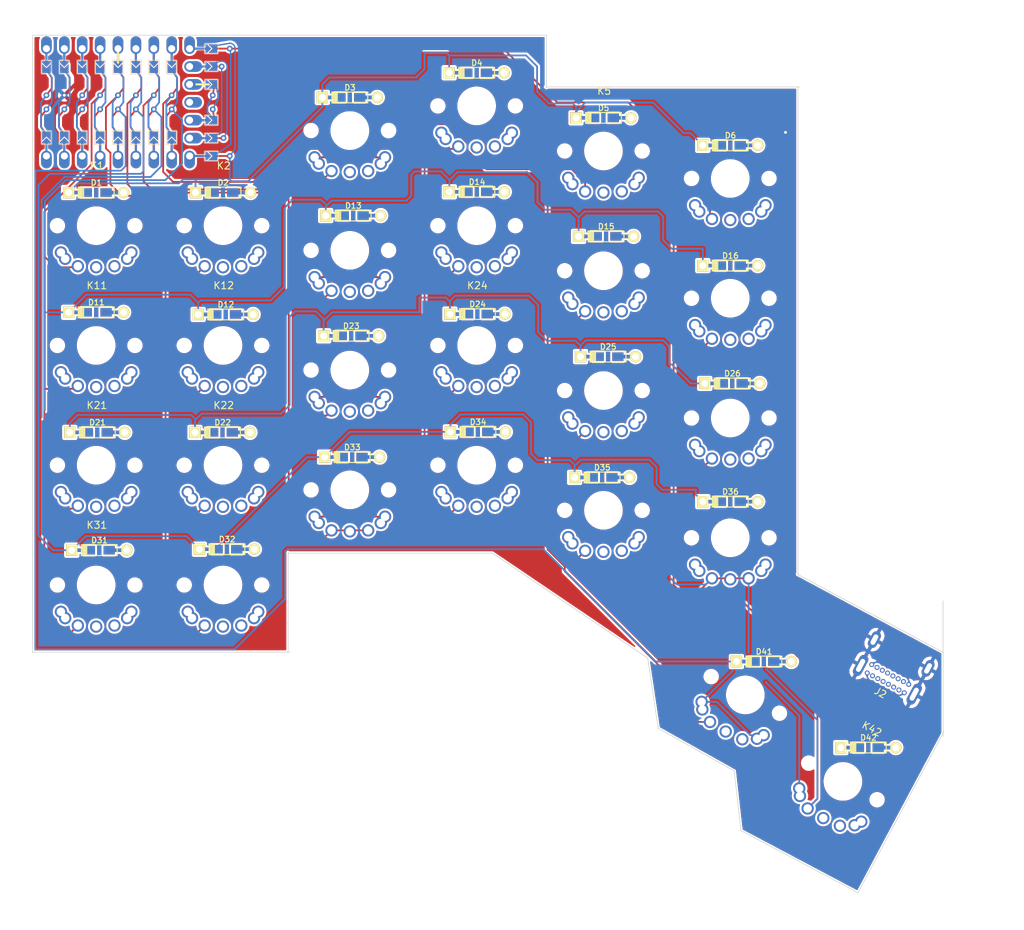
<source format=kicad_pcb>
(kicad_pcb (version 20221018) (generator pcbnew)
  (layers (0 "F.Cu" signal) (31 "B.Cu" signal) (34 "B.Paste" user) (35 "F.Paste" user) (36 "B.SilkS" user "B.Silkscreen") (37 "F.SilkS" user "F.Silkscreen") (38 "B.Mask" user) (39 "F.Mask" user) (44 "Edge.Cuts" user))
  (net 0 "")
  (net 1 "dataT")
  (net 2 "dataR")
  (net 3 "row0")
  (net 4 "row1")
  (net 5 "row2")
  (net 6 "row3")
  (net 7 "row4")
  (net 8 "col5")
  (net 9 "col4")
  (net 10 "col3")
  (net 11 "col2")
  (net 12 "col1")
  (net 13 "col0")
  (net 14 "gnd")
  (net 15 "vcc")
  (net 28 "Net-(D1-A)")
  (net 29 "Net-(D2-A)")
  (net 30 "Net-(D3-A)")
  (net 31 "Net-(D4-A)")
  (net 32 "Net-(D5-A)")
  (net 33 "Net-(D6-A)")
  (net 34 "Net-(D11-A)")
  (net 35 "Net-(D12-A)")
  (net 36 "Net-(D13-A)")
  (net 37 "Net-(D14-A)")
  (net 38 "Net-(D15-A)")
  (net 39 "Net-(D16-A)")
  (net 40 "Net-(D22-A)")
  (net 41 "Net-(D23-A)")
  (net 42 "Net-(D25-A)")
  (net 43 "Net-(D26-A)")
  (net 45 "Net-(D21-A)")
  (net 47 "Net-(D31-A)")
  (net 48 "Net-(D32-A)")
  (net 49 "Net-(D33-A)")
  (net 50 "Net-(D34-A)")
  (net 51 "Net-(D35-A)")
  (net 53 "Net-(D41-A)")
  (net 54 "Net-(D42-A)")
  (footprint "fingerpunch:gateron-ks27-choc-v1-reversible" (layer "F.Cu") (at 178.135 133.6 -28.2)
    (fp_text reference "K41" hide)
    (fp_text value "SW_Key")
  )
  (footprint "Keebio-Parts:Diode-dual" (layer "F.Cu") (at 122 48.8 180)
    (fp_text reference "D3")
    (fp_text value "1N4148" hide)
  )
  (footprint "Keebio-Parts:Diode-dual" (layer "F.Cu") (at 104.38 79.6 180)
    (fp_text reference "D12")
    (fp_text value "1N4148" hide)
  )
  (footprint "Keebio-Parts:Diode-dual" (layer "F.Cu") (at 195.59 141.08 180)
    (fp_text reference "D42")
    (fp_text value "1N4148" hide)
  )
  (footprint "fingerpunch:gateron-ks27-choc-v1-reversible" (layer "F.Cu") (at 86 101)
    (fp_text reference "K21")
    (fp_text value "SW_Key")
  )
  (footprint "Keebio-Parts:Diode-dual" (layer "F.Cu") (at 180.77 128.86 180)
    (fp_text reference "D41")
    (fp_text value "1N4148" hide)
  )
  (footprint "fingerpunch:gateron-ks27-choc-v1-reversible" (layer "F.Cu") (at 104 101)
    (fp_text reference "K22")
    (fp_text value "SW_Key" hide)
  )
  (footprint "fingerpunch:gateron-ks27-choc-v1-reversible" (layer "F.Cu") (at 140 101)
    (fp_text reference "K34" hide)
    (fp_text value "SW_Key")
  )
  (footprint "Keebio-Parts:Diode-dual" (layer "F.Cu") (at 86.16 96.34 180)
    (fp_text reference "D21")
    (fp_text value "1N4148" hide)
  )
  (footprint "Keebio-Parts:Diode-dual" (layer "F.Cu") (at 140.11 79.55 180)
    (fp_text reference "D24")
    (fp_text value "1N4148" hide)
  )
  (footprint "fingerpunch:gateron-ks27-choc-v1-reversible" (layer "F.Cu") (at 158 56.4)
    (fp_text reference "K5")
    (fp_text value "SW_Key" hide)
  )
  (footprint "Keebio-Parts:Diode-dual" (layer "F.Cu") (at 176 72.67 180)
    (fp_text reference "D16")
    (fp_text value "1N4148" hide)
  )
  (footprint "fingerpunch:gateron-ks27-choc-v1-reversible" (layer "F.Cu") (at 191.987169 145.879029 -28.2)
    (fp_text reference "K42")
    (fp_text value "SW_Key")
  )
  (footprint "Keebio-Parts:Diode-dual" (layer "F.Cu") (at 104.56 112.92 180)
    (fp_text reference "D32")
    (fp_text value "1N4148" hide)
  )
  (footprint "Keebio-Parts:Diode-dual" (layer "F.Cu") (at 86 62.3 180)
    (fp_text reference "D1")
    (fp_text value "1N4148" hide)
  )
  (footprint "fingerpunch:gateron-ks27-choc-v1-reversible" (layer "F.Cu") (at 122 87.5)
    (fp_text reference "K23" hide)
    (fp_text value "SW_Key" hide)
  )
  (footprint "fingerpunch:gateron-ks27-choc-v1-reversible" (layer "F.Cu") (at 104 67)
    (fp_text reference "K2")
    (fp_text value "SW_Key")
  )
  (footprint "Keebio-Parts:Diode-dual" (layer "F.Cu") (at 140.18 96.27 180)
    (fp_text reference "D34")
    (fp_text value "1N4148" hide)
  )
  (footprint "Keebio-Parts:Diode-dual" (layer "F.Cu") (at 104 62.3 180)
    (fp_text reference "D2")
    (fp_text value "1N4148" hide)
  )
  (footprint "Keebio-Parts:Diode-dual" (layer "F.Cu") (at 176.28 89.39 180)
    (fp_text reference "D26")
    (fp_text value "1N4148" hide)
  )
  (footprint "Keebio-Parts:Diode-dual" (layer "F.Cu") (at 86 79.3 180)
    (fp_text reference "D11")
    (fp_text value "1N4148" hide)
  )
  (footprint "fingerpunch:gateron-ks27-choc-v1-reversible" (layer "F.Cu") (at 176 94.3)
    (fp_text reference "K26" hide)
    (fp_text value "SW_Key" hide)
  )
  (footprint "Keebio-Parts:Diode-dual" (layer "F.Cu") (at 122.33 99.85 180)
    (fp_text reference "D33")
    (fp_text value "1N4148" hide)
  )
  (footprint "fingerpunch:gateron-ks27-choc-v1-reversible" (layer "F.Cu") (at 140 67)
    (fp_text reference "K14" hide)
    (fp_text value "SW_Key")
  )
  (footprint "Keebio-Parts:Diode-dual" (layer "F.Cu") (at 176 55.6 180)
    (fp_text reference "D6")
    (fp_text value "1N4148" hide)
  )
  (footprint "Keebio-Parts:Diode-dual" (layer "F.Cu") (at 122.48 65.57 180)
    (fp_text reference "D13")
    (fp_text value "1N4148" hide)
  )
  (footprint "Keebio-Parts:Diode-dual" (layer "F.Cu") (at 158.37 68.52 180)
    (fp_text reference "D15")
    (fp_text value "1N4148" hide)
  )
  (footprint "fingerpunch:gateron-ks27-choc-v1-reversible" (layer "F.Cu") (at 158 73.4)
    (fp_text reference "K15" hide)
    (fp_text value "SW_Key" hide)
  )
  (footprint "fingerpunch:gateron-ks27-choc-v1-reversible" (layer "F.Cu") (at 122 70.5)
    (fp_text reference "K13" hide)
    (fp_text value "SW_Key" hide)
  )
  (footprint "fingerpunch:gateron-ks27-choc-v1-reversible" (layer "F.Cu") (at 104 84)
    (fp_text reference "K12")
    (fp_text value "SW_Key")
  )
  (footprint "Keebio-Parts:Diode-dual" (layer "F.Cu") (at 140 45.3 180)
    (fp_text reference "D4")
    (fp_text value "1N4148" hide)
  )
  (footprint "fingerpunch:gateron-ks27-choc-v1-reversible" (layer "F.Cu") (at 122 104.5)
    (fp_text reference "K33" hide)
    (fp_text value "SW_Key")
  )
  (footprint "Keebio-Parts:Diode-dual" (layer "F.Cu") (at 158 51.7 180)
    (fp_text reference "D5")
    (fp_text value "1N4148" hide)
  )
  (footprint "fingerpunch:gateron-ks27-choc-v1-reversible" (layer "F.Cu") (at 176 77.3)
    (fp_text reference "K16" hide)
    (fp_text value "SW_Key" hide)
  )
  (footprint "fingerpunch:gateron-ks27-choc-v1-reversible" (layer "F.Cu") (at 158 107.4)
    (fp_text reference "K35" hide)
    (fp_text value "SW_Key")
  )
  (footprint "fingerpunch:gateron-ks27-choc-v1-reversible" (layer "F.Cu") (at 140 84)
    (fp_text reference "K24")
    (fp_text value "SW_Key" hide)
  )
  (footprint "Keebio-Parts:Diode-dual" (layer "F.Cu") (at 103.93 96.34 180)
    (fp_text reference "D22")
    (fp_text value "1N4148" hide)
  )
  (footprint "fingerpunch:gateron-ks27-choc-v1-reversible" (layer "F.Cu") (at 86 118)
    (fp_text reference "K31")
    (fp_text value "SW_Key")
  )
  (footprint "fingerpunch:gateron-ks27-choc-v1-reversible" (layer "F.Cu") (at 176 60.3)
    (fp_text reference "K6" hide)
    (fp_text value "SW_Key" hide)
  )
  (footprint "fingerpunch:gateron-ks27-choc-v1-reversible" (layer "F.Cu") (at 140 50)
    (fp_text reference "K4" hide)
    (fp_text value "SW_Key" hide)
  )
  (footprint "fingerpunch:gateron-ks27-choc-v1-reversible" (layer "F.Cu") (at 86 84)
    (fp_text reference "K11")
    (fp_text value "SW_Key")
  )
  (footprint "keyboard_reversible:rp2040-zero-reform" (layer "F.Cu") (at 90.1 49.49 90)
    (fp_text reference "U1")
    (fp_text value "rp2040-zero")
  )
  (footprint "fingerpunch:gateron-ks27-choc-v1-reversible" (layer "F.Cu") (at 86 67)
    (fp_text reference "K1")
    (fp_text value "SW_Key")
  )
  (footprint "fingerpunch:gateron-ks27-choc-v1-reversible" (layer "F.Cu") (at 176 111.3)
    (fp_text reference "K36" hide)
    (fp_text value "SW_Key")
  )
  (footprint "Keebio-Parts:Diode-dual" (layer "F.Cu") (at 86.44 113.06 180)
    (fp_text reference "D31")
    (fp_text value "1N4148" hide)
  )
  (footprint "Keebio-Parts:Diode-dual" (layer "F.Cu") (at 176 106.17 180)
    (fp_text reference "D36")
    (fp_text value "1N4148" hide)
  )
  (footprint "Keebio-Parts:Diode-dual" (layer "F.Cu") (at 157.81 102.73 180)
    (fp_text reference "D35")
    (fp_text value "1N4148" hide)
  )
  (footprint "Keebio-Parts:Diode-dual" (layer "F.Cu") (at 158.65 85.59 180)
    (fp_text reference "D25")
    (fp_text value "1N4148" hide)
  )
  (footprint "fingerpunch:gateron-ks27-choc-v1-reversible" (layer "F.Cu") (at 158 90.4)
    (fp_text reference "K25" hide)
    (fp_text value "SW_Key" hide)
  )
  (footprint "Keebio-Parts:Diode-dual" (layer "F.Cu") (at 122.19 82.64 180)
    (fp_text reference "D23")
    (fp_text value "1N4148" hide)
  )
  (footprint "fingerpunch:gateron-ks27-choc-v1-reversible" (layer "F.Cu") (at 122 53.5)
    (fp_text reference "K3" hide)
    (fp_text value "SW_Key" hide)
  )
  (footprint "Keebio-Parts:Diode-dual" (layer "F.Cu") (at 140.03 62.2 180)
    (fp_text reference "D14")
    (fp_text value "1N4148" hide)
  )
  (footprint "keyboard_reversible:USB_C_16p" (layer "F.Cu") (at 201.68 125.15 151.801)
    (fp_text reference "J2")
    (fp_text value "USB_C_Receptacle_USB2.0")
  )
  (footprint "fingerpunch:gateron-ks27-choc-v1-reversible" (layer "F.Cu") (at 104 118)
    (fp_text reference "K32" hide)
    (fp_text value "SW_Key")
  )
  (gr_line (start 76.895 127.525) (end 113.46 127.525) (stroke (width 0.1)) (layer "Edge.Cuts"))
  (gr_line (start 194.13 161.67) (end 206.31 138.82) (stroke (width 0.1)) (layer "Edge.Cuts"))
  (gr_line (start 185.81 47.32) (end 149.775 47.32) (stroke (width 0.1)) (layer "Edge.Cuts"))
  (gr_line (start 165.78 138.34) (end 176.57 144.4) (stroke (width 0.1)) (layer "Edge.Cuts"))
  (gr_line (start 206.29 127.61) (end 185.53 116.48) (stroke (width 0.1)) (layer "Edge.Cuts"))
  (gr_line (start 185.6 116.54) (end 185.6 47.305) (stroke (width 0.1)) (layer "Edge.Cuts"))
  (gr_line (start 76.99 39.96) (end 76.99 127.6) (stroke (width 0.1)) (layer "Edge.Cuts"))
  (gr_line (start 113.21 113.47) (end 142.23 113.47) (stroke (width 0.1)) (layer "Edge.Cuts"))
  (gr_line (start 164.29 128.39) (end 165.78 138.34) (stroke (width 0.1)) (layer "Edge.Cuts"))
  (gr_line (start 177.53 152.86) (end 194.13 161.67) (stroke (width 0.1)) (layer "Edge.Cuts"))
  (gr_line (start 113.24 127.55) (end 113.24 113.38) (stroke (width 0.1)) (layer "Edge.Cuts"))
  (gr_line (start 149.9 47.4) (end 149.9 39.93) (stroke (width 0.1)) (layer "Edge.Cuts"))
  (gr_line (start 176.57 144.4) (end 177.53 152.86) (stroke (width 0.1)) (layer "Edge.Cuts"))
  (gr_line (start 142.23 113.47) (end 164.29 128.39) (stroke (width 0.1)) (layer "Edge.Cuts"))
  (gr_line (start 149.945 39.97) (end 76.99 39.97) (stroke (width 0.1)) (layer "Edge.Cuts"))
  (gr_line (start 206.2 139.49) (end 206.2 120.25) (stroke (width 0.1)) (layer "Edge.Cuts"))
  (segment (start 147.02 42.84) (end 148.58 44.4) (width 0.25) (layer "B.Cu") (net 3))
  (segment (start 104.93 60.42) (end 100.27 60.42) (width 0.25) (layer "B.Cu") (net 3))
  (segment (start 132.6 42.51) (end 135.77 42.51) (width 0.25) (layer "B.Cu") (net 3))
  (segment (start 131.46 45.91) (end 132.6 44.77) (width 0.25) (layer "B.Cu") (net 3))
  (segment (start 107.7 60.68) (end 107.7 60.566316) (width 0.25) (layer "B.Cu") (net 3))
  (segment (start 153.67 49.66) (end 154.1 50.09) (width 0.25) (layer "B.Cu") (net 3))
  (segment (start 154.1 50.84) (end 155.41 49.53) (width 0.25) (layer "B.Cu") (net 3))
  (segment (start 150.29 49.66) (end 153.67 49.66) (width 0.25) (layer "B.Cu") (net 3))
  (segment (start 100.1 62.3) (end 100.1 60.59) (width 0.25) (layer "B.Cu") (net 3))
  (segment (start 104.93 60.42) (end 105.19 60.68) (width 0.25) (layer "B.Cu") (net 3))
  (segment (start 119.08 45.97) (end 131.46 45.97) (width 0.25) (layer "B.Cu") (net 3))
  (segment (start 97.74 60.99) (end 83.41 60.99) (width 0.25) (layer "B.Cu") (net 3))
  (segment (start 118.1 46.95) (end 119.08 45.97) (width 0.25) (layer "B.Cu") (net 3))
  (segment (start 154.1 50.09) (end 154.1 51.7) (width 0.25) (layer "B.Cu") (net 3))
  (segment (start 105.19 60.68) (end 107.7 60.68) (width 0.25) (layer "B.Cu") (net 3))
  (segment (start 118.1 48.8) (end 118.1 46.95) (width 0.25) (layer "B.Cu") (net 3))
  (segment (start 104.959 57.11) (end 104.959 60.391) (width 0.25) (layer "B.Cu") (net 3))
  (segment (start 136.1 42.84) (end 136.1 45.3) (width 0.25) (layer "B.Cu") (net 3))
  (segment (start 104.959 60.391) (end 104.93 60.42) (width 0.25) (layer "B.Cu") (net 3))
  (segment (start 135.77 42.51) (end 136.1 42.84) (width 0.25) (layer "B.Cu") (net 3))
  (segment (start 107.7 60.566316) (end 118.1 50.166316) (width 0.25) (layer "B.Cu") (net 3))
  (segment (start 98.31 60.42) (end 97.74 60.99) (width 0.25) (layer "B.Cu") (net 3))
  (segment (start 136.1 42.84) (end 147.02 42.84) (width 0.25) (layer "B.Cu") (net 3))
  (segment (start 118.1 50.166316) (end 118.1 48.8) (width 0.25) (layer "B.Cu") (net 3))
  (segment (start 148.58 44.4) (end 148.58 47.95) (width 0.25) (layer "B.Cu") (net 3))
  (segment (start 154.1 51.7) (end 154.1 50.84) (width 0.25) (layer "B.Cu") (net 3))
  (segment (start 100.1 60.59) (end 100.27 60.42) (width 0.25) (layer "B.Cu") (net 3))
  (segment (start 100.27 60.42) (end 98.31 60.42) (width 0.25) (layer "B.Cu") (net 3))
  (segment (start 155.41 49.53) (end 165.06 49.53) (width 0.25) (layer "B.Cu") (net 3))
  (segment (start 131.46 45.97) (end 131.46 45.91) (width 0.25) (layer "B.Cu") (net 3))
  (segment (start 107.7 60.68) (end 107.9 60.88) (width 0.25) (layer "B.Cu") (net 3))
  (segment (start 83.41 60.99) (end 82.418198 61.981802) (width 0.25) (layer "B.Cu") (net 3))
  (segment (start 169.39 53.86) (end 170.36 53.86) (width 0.25) (layer "B.Cu") (net 3))
  (segment (start 170.36 53.86) (end 172.1 55.6) (width 0.25) (layer "B.Cu") (net 3))
  (segment (start 165.06 49.53) (end 169.39 53.86) (width 0.25) (layer "B.Cu") (net 3))
  (segment (start 132.6 44.77) (end 132.6 42.51) (width 0.25) (layer "B.Cu") (net 3))
  (segment (start 148.58 47.95) (end 150.29 49.66) (width 0.25) (layer "B.Cu") (net 3))
  (segment (start 100.81 77.61) (end 100.48 77.94) (width 0.25) (layer "B.Cu") (net 4))
  (segment (start 148.64 60.88) (end 147.13 59.37) (width 0.25) (layer "B.Cu") (net 4))
  (segment (start 81.676396 60.54) (end 78.715 63.501396) (width 0.25) (layer "B.Cu") (net 4))
  (segment (start 96.72 50.49) (end 98.185 51.955) (width 0.25) (layer "B.Cu") (net 4))
  (segment (start 130.71 59.8) (end 130.71 62.78) (width 0.25) (layer "B.Cu") (net 4))
  (segment (start 98.185 51.955) (end 98.185 58.16528) (width 0.25) (layer "B.Cu") (net 4))
  (segment (start 82.1 79.3) (end 78.775 79.3) (width 0.25) (layer "B.Cu") (net 4))
  (segment (start 78.775 79.3) (end 78.715 79.24) (width 0.25) (layer "B.Cu") (net 4))
  (segment (start 113.71 63.32) (end 113.71 63.51) (width 0.25) (layer "B.Cu") (net 4))
  (segment (start 172.1 72.67) (end 172.1 70.28) (width 0.25) (layer "B.Cu") (net 4))
  (segment (start 134.93 59.29) (end 131.22 59.29) (width 0.25) (layer "B.Cu") (net 4))
  (segment (start 82.1 79.3) (end 84.6 76.8) (width 0.25) (layer "B.Cu") (net 4))
  (segment (start 136.13 60.49) (end 134.93 59.29) (width 0.25) (layer "B.Cu") (net 4))
  (segment (start 166.46 69.03) (end 166.46 65.7) (width 0.25) (layer "B.Cu") (net 4))
  (segment (start 110.77 77.61) (end 100.81 77.61) (width 0.25) (layer "B.Cu") (net 4))
  (segment (start 154.47 68.52) (end 154.47 65.83) (width 0.25) (layer "B.Cu") (net 4))
  (segment (start 165.75 64.99) (end 155.31 64.99) (width 0.25) (layer "B.Cu") (net 4))
  (segment (start 112.68 64.54) (end 112.68 75.7) (width 0.25) (layer "B.Cu") (net 4))
  (segment (start 113.71 63.51) (end 112.68 64.54) (width 0.25) (layer "B.Cu") (net 4))
  (segment (start 148.64 63.66) (end 148.64 60.88) (width 0.25) (layer "B.Cu") (net 4))
  (segment (start 119.41 63.45) (end 118.725 64.135) (width 0.25) (layer "B.Cu") (net 4))
  (segment (start 78.715 79.24) (end 78.715 93.21) (width 0.25) (layer "B.Cu") (net 4))
  (segment (start 95.81028 60.54) (end 81.676396 60.54) (width 0.25) (layer "B.Cu") (net 4))
  (segment (start 155.31 64.99) (end 154.47 65.83) (width 0.25) (layer "B.Cu") (net 4))
  (segment (start 112.68 75.7) (end 110.77 77.61) (width 0.25) (layer "B.Cu") (net 4))
  (segment (start 130.71 62.78) (end 130.04 63.45) (width 0.25) (layer "B.Cu") (net 4))
  (segment (start 167.71 70.28) (end 166.46 69.03) (width 0.25) (layer "B.Cu") (net 4))
  (segment (start 130.04 63.45) (end 119.41 63.45) (width 0.25) (layer "B.Cu") (net 4))
  (segment (start 147.09 59.41) (end 137.28 59.41) (width 0.25) (layer "B.Cu") (net 4))
  (segment (start 99.34 76.8) (end 100.48 77.94) (width 0.25) (layer "B.Cu") (net 4))
  (segment (start 118.58 65.57) (end 118.58 64.28) (width 0.25) (layer "B.Cu") (net 4))
  (segment (start 98.185 58.16528) (end 95.81028 60.54) (width 0.25) (layer "B.Cu") (net 4))
  (segment (start 78.715 63.501396) (end 78.715 79.24) (width 0.25) (layer "B.Cu") (net 4))
  (segment (start 117.91 63.32) (end 113.71 63.32) (width 0.25) (layer "B.Cu") (net 4))
  (segment (start 136.13 62.2) (end 136.13 60.56) (width 0.25) (layer "B.Cu") (net 4))
  (segment (start 154.47 65.83) (end 153.38 64.74) (width 0.25) (layer "B.Cu") (net 4))
  (segment (start 84.6 76.8) (end 99.34 76.8) (width 0.25) (layer "B.Cu") (net 4))
  (segment (start 100.48 77.94) (end 100.48 79.6) (width 0.25) (layer "B.Cu") (net 4))
  (segment (start 147.13 59.37) (end 147.09 59.41) (width 0.25) (layer "B.Cu") (net 4))
  (segment (start 118.725 64.135) (end 118.58 64.28) (width 0.25) (layer "B.Cu") (net 4))
  (segment (start 131.22 59.29) (end 130.71 59.8) (width 0.25) (layer "B.Cu") (net 4))
  (segment (start 136.13 60.56) (end 136.13 60.49) (width 0.25) (layer "B.Cu") (net 4))
  (segment (start 118.725 64.135) (end 117.91 63.32) (width 0.25) (layer "B.Cu") (net 4))
  (segment (start 137.28 59.41) (end 136.13 60.56) (width 0.25) (layer "B.Cu") (net 4))
  (segment (start 149.72 64.74) (end 148.64 63.66) (width 0.25) (layer "B.Cu") (net 4))
  (segment (start 172.1 70.28) (end 167.71 70.28) (width 0.25) (layer "B.Cu") (net 4))
  (segment (start 166.46 65.7) (end 165.75 64.99) (width 0.25) (layer "B.Cu") (net 4))
  (segment (start 153.38 64.74) (end 149.72 64.74) (width 0.25) (layer "B.Cu") (net 4))
  (segment (start 136.21 79.55) (end 136.21 77.69) (width 0.25) (layer "B.Cu") (net 5))
  (segment (start 119.48 79.29) (end 131.86 79.29) (width 0.25) (layer "B.Cu") (net 5))
  (segment (start 100.96 93.69) (end 112.24 93.69) (width 0.25) (layer "B.Cu") (net 5))
  (segment (start 170.4 89.39) (end 172.38 89.39) (width 0.25) (layer "B.Cu") (net 5))
  (segment (start 112.24 93.69) (end 113.47 92.46) (width 0.25) (layer "B.Cu") (net 5))
  (segment (start 154.75 84.06) (end 154.75 85.59) (width 0.25) (layer "B.Cu") (net 5))
  (segment (start 83.36 93.87) (end 99.49 93.87) (width 0.25) (layer "B.Cu") (net 5))
  (segment (start 117.19 79.16) (end 118.29 80.26) (width 0.25) (layer "B.Cu") (net 5))
  (segment (start 147.44 76.95) (end 148.73 78.24) (width 0.25) (layer "B.Cu") (net 5))
  (segment (start 155.49 83.28) (end 166.48 83.28) (width 0.25) (layer "B.Cu") (net 5))
  (segment (start 93.72 60.09) (end 81.49 60.09) (width 0.25) (layer "B.Cu") (net 5))
  (segment (start 136.21 77.8) (end 136.21 79.55) (width 0.25) (layer "B.Cu") (net 5))
  (segment (start 136.95 76.95) (end 147.44 76.95) (width 0.25) (layer "B.Cu") (net 5))
  (segment (start 100.03 94.41) (end 99.49 93.87) (width 0.25) (layer "B.Cu") (net 5))
  (segment (start 166.48 83.28) (end 167.33 84.13) (width 0.25) (layer "B.Cu") (net 5))
  (segment (start 113.47 79.91) (end 114.22 79.16) (width 0.25) (layer "B.Cu") (net 5))
  (segment (start 154.75 85.59) (end 154.75 84.02) (width 0.25) (layer "B.Cu") (net 5))
  (segment (start 148.73 78.24) (end 148.73 82.1) (width 0.25) (layer "B.Cu") (net 5))
  (segment (start 95.255 58.555) (end 93.72 60.09) (width 0.25) (layer "B.Cu") (net 5))
  (segment (start 100.03 96.34) (end 100.03 94.62) (width 0.25) (layer "B.Cu") (net 5))
  (segment (start 95.255 51.565) (end 95.255 58.555) (width 0.25) (layer "B.Cu") (net 5))
  (segment (start 118.29 80.48) (end 119.48 79.29) (width 0.25) (layer "B.Cu") (net 5))
  (segment (start 118.29 82.64) (end 118.29 80.48) (width 0.25) (layer "B.Cu") (net 5))
  (segment (start 149.97 83.34) (end 154.03 83.34) (width 0.25) (layer "B.Cu") (net 5))
  (segment (start 82.26 96.34) (end 82.26 94.97) (width 0.25) (layer "B.Cu") (net 5))
  (segment (start 136.21 77.69) (end 136.95 76.95) (width 0.25) (layer "B.Cu") (net 5))
  (segment (start 131.86 79.29) (end 131.86 77.21) (width 0.25) (layer "B.Cu") (net 5))
  (segment (start 94.18 50.49) (end 95.255 51.565) (width 0.25) (layer "B.Cu") (net 5))
  (segment (start 167.7 86.69) (end 170.4 89.39) (width 0.25) (layer "B.Cu") (net 5))
  (segment (start 114.22 79.16) (end 117.19 79.16) (width 0.25) (layer "B.Cu") (net 5))
  (segment (start 167.33 86.69) (end 167.7 86.69) (width 0.25) (layer "B.Cu") (net 5))
  (segment (start 154.03 83.34) (end 154.75 84.06) (width 0.25) (layer "B.Cu") (net 5))
  (segment (start 154.75 84.02) (end 155.49 83.28) (width 0.25) (layer "B.Cu") (net 5))
  (segment (start 78.265 63.315) (end 78.265 94.22) (width 0.25) (layer "B.Cu") (net 5))
  (segment (start 167.33 84.13) (end 167.33 86.69) (width 0.25) (layer "B.Cu") (net 5))
  (segment (start 135.62 77.21) (end 136.21 77.8) (width 0.25) (layer "B.Cu") (net 5))
  (segment (start 118.29 80.26) (end 118.29 82.64) (width 0.25) (layer "B.Cu") (net 5))
  (segment (start 100.03 96.34) (end 100.03 94.41) (width 0.25) (layer "B.Cu") (net 5))
  (segment (start 82.26 94.97) (end 83.36 93.87) (width 0.25) (layer "B.Cu") (net 5))
  (segment (start 131.86 77.21) (end 135.62 77.21) (width 0.25) (layer "B.Cu") (net 5))
  (segment (start 81.49 60.09) (end 78.265 63.315) (width 0.25) (layer "B.Cu") (net 5))
  (segment (start 148.73 82.1) (end 149.97 83.34) (width 0.25) (layer "B.Cu") (net 5))
  (segment (start 113.47 92.46) (end 113.47 79.91) (width 0.25) (layer "B.Cu") (net 5))
  (segment (start 100.03 94.62) (end 100.96 93.69) (width 0.25) (layer "B.Cu") (net 5))
  (segment (start 136.28 95.22) (end 137.7 93.8) (width 0.25) (layer "B.Cu") (net 6))
  (segment (start 148.63 100.27) (end 153.22 100.27) (width 0.25) (layer "B.Cu") (net 6))
  (segment (start 153.91 101.12) (end 154.8 100.23) (width 0.25) (layer "B.Cu") (net 6))
  (segment (start 82.54 113.06) (end 84.53 111.07) (width 0.25) (layer "B.Cu") (net 6))
  (segment (start 118.43 99.85) (end 122.01 96.27) (width 0.25) (layer "B.Cu") (net 6))
  (segment (start 153.91 102.73) (end 153.91 101.12) (width 0.25) (layer "B.Cu") (net 6))
  (segment (start 171.11 105.18) (end 172.1 106.17) (width 0.25) (layer "B.Cu") (net 6))
  (segment (start 137.7 93.8) (end 146.62 93.8) (width 0.25) (layer "B.Cu") (net 6))
  (segment (start 165.54 103.68) (end 166.34 104.48) (width 0.25) (layer "B.Cu") (net 6))
  (segment (start 136.28 96.27) (end 136.28 95.22) (width 0.25) (layer "B.Cu") (net 6))
  (segment (start 171.11 104.48) (end 171.11 105.18) (width 0.25) (layer "B.Cu") (net 6))
  (segment (start 92.715 59.285) (end 92.36 59.64) (width 0.25) (layer "B.Cu") (net 6))
  (segment (start 122.01 96.27) (end 136.28 96.27) (width 0.25) (layer "B.Cu") (net 6))
  (segment (start 77.815 110.985) (end 79.89 113.06) (width 0.25) (layer "B.Cu") (net 6))
  (segment (start 91.64 50.49) (end 92.715 51.565) (width 0.25) (layer "B.Cu") (net 6))
  (segment (start 146.62 93.8) (end 147.71 94.89) (width 0.25) (layer "B.Cu") (net 6))
  (segment (start 166.34 104.48) (end 171.11 104.48) (width 0.25) (layer "B.Cu") (net 6))
  (segment (start 77.815 61.225) (end 77.815 110.985) (width 0.25) (layer "B.Cu") (net 6))
  (segment (start 164.51 100.23) (end 165.54 101.26) (width 0.25) (layer "B.Cu") (net 6))
  (segment (start 100.66 112.92) (end 102.877057 112.92) (width 0.25) (layer "B.Cu") (net 6))
  (segment (start 115.947057 99.85) (end 118.43 99.85) (width 0.25) (layer "B.Cu") (net 6))
  (segment (start 165.54 101.26) (end 165.54 103.68) (width 0.25) (layer "B.Cu") (net 6))
  (segment (start 92.36 59.64) (end 79.4 59.64) (width 0.25) (layer "B.Cu") (net 6))
  (segment (start 147.71 94.89) (end 147.71 99.35) (width 0.25) (layer "B.Cu") (net 6))
  (segment (start 153.91 100.96) (end 153.91 102.73) (width 0.25) (layer "B.Cu") (net 6))
  (segment (start 153.22 100.27) (end 153.91 100.96) (width 0.25) (layer "B.Cu") (net 6))
  (segment (start 154.8 100.23) (end 164.51 100.23) (width 0.25) (layer "B.Cu") (net 6))
  (segment (start 102.877057 112.92) (end 115.947057 99.85) (width 0.25) (layer "B.Cu") (net 6))
  (segment (start 84.53 111.07) (end 98.81 111.07) (width 0.25) (layer "B.Cu") (net 6))
  (segment (start 98.81 111.07) (end 100.66 112.92) (width 0.25) (layer "B.Cu") (net 6))
  (segment (start 79.4 59.64) (end 77.815 61.225) (width 0.25) (layer "B.Cu") (net 6))
  (segment (start 92.715 51.565) (end 92.715 59.285) (width 0.25) (layer "B.Cu") (net 6))
  (segment (start 79.89 113.06) (end 82.54 113.06) (width 0.25) (layer "B.Cu") (net 6))
  (segment (start 147.71 99.35) (end 148.63 100.27) (width 0.25) (layer "B.Cu") (net 6))
  (segment (start 149.47 112.92) (end 165.41 128.86) (width 0.25) (layer "B.Cu") (net 7))
  (segment (start 113.16967 112.92) (end 149.47 112.92) (width 0.25) (layer "B.Cu") (net 7))
  (segment (start 112.835 119.962057) (end 112.835 113.25467) (width 0.25) (layer "B.Cu") (net 7))
  (segment (start 90.175 58.55528) (end 89.54028 59.19) (width 0.25) (layer "B.Cu") (net 7))
  (segment (start 77.365 59.19) (end 77.365 127.15) (width 0.25) (layer "B.Cu") (net 7))
  (segment (start 90.175 51.565) (end 90.175 58.55528) (width 0.25) (layer "B.Cu") (net 7))
  (segment (start 112.835 113.25467) (end 113.16967 112.92) (width 0.25) (layer "B.Cu") (net 7))
  (segment (start 165.41 128.86) (end 176.87 128.86) (width 0.25) (layer "B.Cu") (net 7))
  (segment (start 89.1 50.49) (end 90.175 51.565) (width 0.25) (layer "B.Cu") (net 7))
  (segment (start 77.365 127.15) (end 105.647057 127.15) (width 0.25) (layer "B.Cu") (net 7))
  (segment (start 105.647057 127.15) (end 112.835 119.962057) (width 0.25) (layer "B.Cu") (net 7))
  (segment (start 89.54028 59.19) (end 77.365 59.19) (width 0.25) (layer "B.Cu") (net 7))
  (segment (start 188.3659 148.330605) (end 186.978613 149.717892) (width 0.25) (layer "F.Cu") (net 8))
  (segment (start 172.1 84.35) (end 167.9575 84.35) (width 0.25) (layer "F.Cu") (net 8))
  (segment (start 173.4 117.05) (end 178.6 117.05) (width 0.25) (layer "F.Cu") (net 8))
  (segment (start 167.9575 101.11) (end 167.9575 118.0075) (width 0.25) (layer "F.Cu") (net 8))
  (segment (start 170.7 119.75) (end 177.150991 119.75) (width 0.25) (layer "F.Cu") (net 8))
  (segment (start 170.7 119.75) (end 173.4 117.05) (width 0.25) (layer "F.Cu") (net 8))
  (segment (start 143.79467 41.87) (end 151.42467 49.5) (width 0.25) (layer "F.Cu") (net 8))
  (segment (start 177.150991 119.75) (end 188.3659 130.964909) (width 0.25) (layer "F.Cu") (net 8))
  (segment (start 161.515 49.5) (end 167.9575 55.9425) (width 0.25) (layer "F.Cu") (net 8))
  (segment (start 173.4 100.05) (end 172.34 101.11) (width 0.25) (layer "F.Cu") (net 8))
  (segment (start 167.9575 55.9425) (end 167.9575 84.35) (width 0.25) (layer "F.Cu") (net 8))
  (segment (start 172.34 101.11) (end 167.9575 101.11) (width 0.25) (layer "F.Cu") (net 8))
  (segment (start 167.9575 55.9425) (end 173.125 61.11) (width 0.25) (layer "F.Cu") (net 8))
  (segment (start 188.3659 130.964909) (end 188.3659 148.330605) (width 0.25) (layer "F.Cu") (net 8))
  (segment (start 167.9575 118.0075) (end 169.7 119.75) (width 0.25) (layer "F.Cu") (net 8))
  (segment (start 104.959 41.87) (end 143.79467 41.87) (width 0.25) (layer "F.Cu") (net 8))
  (segment (start 173.125 65.775) (end 173.4 66.05) (width 0.25) (layer "F.Cu") (net 8))
  (segment (start 173.125 61.11) (end 173.125 65.775) (width 0.25) (layer "F.Cu") (net 8))
  (segment (start 173.4 83.05) (end 172.1 84.35) (width 0.25) (layer "F.Cu") (net 8))
  (segment (start 167.9575 84.35) (end 167.9575 101.11) (width 0.25) (layer "F.Cu") (net 8))
  (segment (start 169.7 119.75) (end 170.7 119.75) (width 0.25) (layer "F.Cu") (net 8))
  (segment (start 151.42467 49.5) (end 161.515 49.5) (width 0.25) (layer "F.Cu") (net 8))
  (segment (start 172.525001 117.924999) (end 173.4 117.05) (width 0.25) (layer "B.Cu") (net 8))
  (segment (start 178.6 117.05) (end 178.6 127.563515) (width 0.25) (layer "B.Cu") (net 8))
  (segment (start 167.46 116.99) (end 168.394999 117.924999) (width 0.25) (layer "B.Cu") (net 8))
  (segment (start 188.3659 148.330605) (end 186.978613 149.717892) (width 0.25) (layer "B.Cu") (net 8))
  (segment (start 168.394999 117.924999) (end 172.525001 117.924999) (width 0.25) (layer "B.Cu") (net 8))
  (segment (start 181.061897 129.871897) (end 188.3659 137.1759) (width 0.25) (layer "B.Cu") (net 8))
  (segment (start 188.3659 137.1759) (end 188.3659 148.330605) (width 0.25) (layer "B.Cu") (net 8))
  (segment (start 96.72 48.49) (end 95.51 49.7) (width 0.25) (layer "F.Cu") (net 9))
  (segment (start 155.4 96.15) (end 154.42 97.13) (width 0.25) (layer "F.Cu") (net 9))
  (segment (start 152.51 115.4) (end 152.51 116.052985) (width 0.25) (layer "F.Cu") (net 9))
  (segment (start 152.51 116.052985) (end 169.14 132.682985) (width 0.25) (layer "F.Cu") (net 9))
  (segment (start 169.14 137.5) (end 169.201137 137.438863) (width 0.25) (layer "F.Cu") (net 9))
  (segment (start 96.92 60.79) (end 109.483604 60.79) (width 0.25) (layer "F.Cu") (net 9))
  (segment (start 150.08 58.99) (end 153.487057 58.99) (width 0.25) (layer "F.Cu") (net 9))
  (segment (start 169.201137 137.438863) (end 173.126444 137.438863) (width 0.25) (layer "F.Cu") (net 9))
  (segment (start 154.42 97.13) (end 150.08 97.13) (width 0.25) (layer "F.Cu") (net 9))
  (segment (start 138.71 55.362943) (end 138.71 56.307057) (width 0.25) (layer "F.Cu") (net 9))
  (segment (start 153.66 80.89) (end 150.08 80.89) (width 0.25) (layer "F.Cu") (net 9))
  (segment (start 150.08 112.97) (end 152.51 115.4) (width 0.25) (layer "F.Cu") (net 9))
  (segment (start 109.483604 60.79) (end 114.623604 55.65) (width 0.25) (layer "F.Cu") (net 9))
  (segment (start 119.125 52.309136) (end 120.809136 50.625) (width 0.25) (layer "F.Cu") (net 9))
  (segment (start 150.08 58.99) (end 150.08 80.89) (width 0.25) (layer "F.Cu") (net 9))
  (segment (start 150.08 97.13) (end 150.08 112.97) (width 0.25) (layer "F.Cu") (net 9))
  (segment (start 134.502943 52.6) (end 135.947057 52.6) (width 0.25) (layer "F.Cu") (net 9))
  (segment (start 152.51 115.4) (end 153.15 115.4) (width 0.25) (layer "F.Cu") (net 9))
  (segment (start 153.15 115.4) (end 155.4 113.15) (width 0.25) (layer "F.Cu") (net 9))
  (segment (start 141.392943 58.99) (end 150.08 58.99) (width 0.25) (layer "F.Cu") (net 9))
  (segment (start 169.14 132.682985) (end 169.14 137.5) (width 0.25) (layer "F.Cu") (net 9))
  (segment (start 119.125 54.690864) (end 119.125 52.309136) (width 0.25) (layer "F.Cu") (net 9))
  (segment (start 138.71 56.307057) (end 141.392943 58.99) (width 0.25) (layer "F.Cu") (net 9))
  (segment (start 155.4 60.902943) (end 155.4 62.15) (width 0.25) (layer "F.Cu") (net 9))
  (segment (start 118.165864 55.65) (end 119.125 54.690864) (width 0.25) (layer "F.Cu") (net 9))
  (segment (start 153.487057 58.99) (end 155.4 60.902943) (width 0.25) (layer "F.Cu") (net 9))
  (segment (start 155.4 79.15) (end 153.66 80.89) (width 0.25) (layer "F.Cu") (net 9))
  (segment (start 114.623604 55.65) (end 118.165864 55.65) (width 0.25) (layer "F.Cu") (net 9))
  (segment (start 120.809136 50.625) (end 132.527943 50.625) (width 0.25) (layer "F.Cu") (net 9))
  (segment (start 95.51 49.7) (end 95.51 59.38) (width 0.25) (layer "F.Cu") (net 9))
  (segment (start 95.51 59.38) (end 96.92 60.79) (width 0.25) (layer "F.Cu") (net 9))
  (segment (start 150.08 80.89) (end 150.08 97.13) (width 0.25) (layer "F.Cu") (net 9))
  (segment (start 132.527943 50.625) (end 134.502943 52.6) (width 0.25) (layer "F.Cu") (net 9))
  (segment (start 135.947057 52.6) (end 138.71 55.362943) (width 0.25) (layer "F.Cu") (net 9))
  (segment (start 171.889008 137.438863) (end 173.126444 137.438863) (width 0.25) (layer "B.Cu") (net 9))
  (segment (start 136.24 73.91) (end 132.61 73.91) (width 0.25) (layer "F.Cu") (net 10))
  (segment (start 134.2 108.7) (end 135.45 108.7) (width 0.25) (layer "F.Cu") (net 10))
  (segment (start 132.61 91.28) (end 132.61 107.11) (width 0.25) (layer "F.Cu") (net 10))
  (segment (start 122.762921 56.802943) (end 123.465864 56.1) (width 0.25) (layer "F.Cu") (net 10))
  (segment (start 137.05 56.1) (end 137.4 55.75) (width 0.25) (layer "F.Cu") (net 10))
  (segment (start 92.715 60.695) (end 93.88 61.86) (width 0.25) (layer "F.Cu") (net 10))
  (segment (start 123.465864 56.1) (end 132.61 56.1) (width 0.25) (layer "F.Cu") (net 10))
  (segment (start 114.81 56.1) (end 117.497057 56.1) (width 0.25) (layer "F.Cu") (net 10))
  (segment (start 118.2 56.802943) (end 122.762921 56.802943) (width 0.25) (layer "F.Cu") (net 10))
  (segment (start 135.45 108.7) (end 137.4 106.75) (width 0.25) (layer "F.Cu") (net 10))
  (segment (start 92.715 49.955) (end 92.715 60.695) (width 0.25) (layer "F.Cu") (net 10))
  (segment locked (start 117.497057 56.1) (end 118.2 56.802943) (width 0.25) (layer "F.Cu") (net 10))
  (segment (start 137.4 72.75) (end 136.24 73.91) (width 0.25) (layer "F.Cu") (net 10))
  (segment (start 135.87 91.28) (end 132.61 91.28) (width 0.25) (layer "F.Cu") (net 10))
  (segment (start 94.18 48.49) (end 92.715 49.955) (width 0.25) (layer "F.Cu") (net 10))
  (segment (start 132.61 107.11) (end 134.2 108.7) (width 0.25) (layer "F.Cu") (net 10))
  (segment (start 109.05 61.86) (end 114.81 56.1) (width 0.25) (layer "F.Cu") (net 10))
  (segment (start 93.88 61.86) (end 109.05 61.86) (width 0.25) (layer "F.Cu") (net 10))
  (segment (start 132.61 73.91) (end 132.61 91.28) (width 0.25) (layer "F.Cu") (net 10))
  (segment (start 137.4 89.75) (end 135.87 91.28) (width 0.25) (layer "F.Cu") (net 10))
  (segment (start 132.61 56.1) (end 137.05 56.1) (width 0.25) (layer "F.Cu") (net 10))
  (segment (start 132.61 56.1) (end 132.61 73.91) (width 0.25) (layer "F.Cu") (net 10))
  (segment (start 113.32 62.31) (end 116.34 62.31) (width 0.25) (layer "F.Cu") (net 11))
  (segment (start 118.56 77.09) (end 113.32 77.09) (width 0.25) (layer "F.Cu") (net 11))
  (segment (start 113.32 62.31) (end 113.32 77.09) (width 0.25) (layer "F.Cu") (net 11))
  (segment (start 90.43 61.08) (end 91.66 62.31) (width 0.25) (layer "F.Cu") (net 11))
  (segment (start 90.43 49.7) (end 90.43 61.08) (width 0.25) (layer "F.Cu") (net 11))
  (segment (start 91.66 62.31) (end 113.32 62.31) (width 0.25) (layer "F.Cu") (net 11))
  (segment (start 118.525001 111.124999) (end 119.4 110.25) (width 0.25) (layer "F.Cu") (net 11))
  (segment (start 114.524999 111.124999) (end 118.525001 111.124999) (width 0.25) (layer "F.Cu") (net 11))
  (segment (start 119.4 110.25) (end 124.6 110.25) (width 0.25) (layer "F.Cu") (net 11))
  (segment (start 91.64 48.49) (end 90.43 49.7) (width 0.25) (layer "F.Cu") (net 11))
  (segment (start 113.32 77.09) (end 113.32 93.95) (width 0.25) (layer "F.Cu") (net 11))
  (segment (start 116.34 62.31) (end 119.4 59.25) (width 0.25) (layer "F.Cu") (net 11))
  (segment (start 119.4 93.25) (end 118.7 93.95) (width 0.25) (layer "F.Cu") (net 11))
  (segment (start 113.32 93.95) (end 113.32 109.92) (width 0.25) (layer "F.Cu") (net 11))
  (segment (start 113.32 109.92) (end 114.524999 111.124999) (width 0.25) (layer "F.Cu") (net 11))
  (segment (start 118.7 93.95) (end 113.32 93.95) (width 0.25) (layer "F.Cu") (net 11))
  (segment (start 119.4 76.25) (end 118.56 77.09) (width 0.25) (layer "F.Cu") (net 11))
  (segment (start 95.85 90.88) (end 95.85 108.35) (width 0.25) (layer "F.Cu") (net 12))
  (segment (start 100.525001 73.624999) (end 101.4 72.75) (width 0.25) (layer "F.Cu") (net 12))
  (segment (start 101.4 89.75) (end 100.27 90.88) (width 0.25) (layer "F.Cu") (net 12))
  (segment (start 95.85 72.52) (end 95.85 90.88) (width 0.25) (layer "F.Cu") (net 12))
  (segment (start 87.385 56.025) (end 88.025 56.665) (width 0.25) (layer "F.Cu") (net 12))
  (segment (start 88.025 56.665) (end 88.025 61.125) (width 0.25) (layer "F.Cu") (net 12))
  (segment (start 95.85 62.76) (end 95.85 72.52) (width 0.25) (layer "F.Cu") (net 12))
  (segment (start 89.66 62.76) (end 95.85 62.76) (width 0.25) (layer "F.Cu") (net 12))
  (segment (start 89.1 48.49) (end 87.385 50.205) (width 0.25) (layer "F.Cu") (net 12))
  (segment (start 99.8 108.35) (end 95.85 108.35) (width 0.25) (layer "F.Cu") (net 12))
  (segment (start 100.27 90.88) (end 95.85 90.88) (width 0.25) (layer "F.Cu") (net 12))
  (segment (start 97.86 125.63) (end 99.52 125.63) (width 0.25) (layer "F.Cu") (net 12))
  (segment (start 88.025 61.125) (end 89.66 62.76) (width 0.25) (layer "F.Cu") (net 12))
  (segment (start 101.4 106.75) (end 99.8 108.35) (width 0.25) (layer "F.Cu") (net 12))
  (segment (start 95.85 72.52) (end 96.954999 73.624999) (width 0.25) (layer "F.Cu") (net 12))
  (segment (start 95.85 123.62) (end 97.86 125.63) (width 0.25) (layer "F.Cu") (net 12))
  (segment (start 99.52 125.63) (end 101.4 123.75) (width 0.25) (layer "F.Cu") (net 12))
  (segment (start 87.385 50.205) (end 87.385 56.025) (width 0.25) (layer "F.Cu") (net 12))
  (segment (start 95.85 108.35) (end 95.85 123.62) (width 0.25) (layer "F.Cu") (net 12))
  (segment (start 96.954999 73.624999) (end 100.525001 73.624999) (width 0.25) (layer "F.Cu") (net 12))
  (segment (start 85.35 58.30028) (end 78.64 65.01028) (width 0.25) (layer "F.Cu") (net 13))
  (segment (start 78.64 123.64) (end 79.624999 124.624999) (width 0.25) (layer "F.Cu") (net 13))
  (segment (start 85.35 49.7) (end 85.35 58.30028) (width 0.25) (layer "F.Cu") (net 13))
  (segment (start 83.25 72.9) (end 83.4 72.75) (width 0.25) (layer "F.Cu") (net 13))
  (segment (start 78.64 71.35) (end 78.64 90.16) (width 0.25) (layer "F.Cu") (net 13))
  (segment (start 86.56 48.49) (end 85.35 49.7) (width 0.25) (layer "F.Cu") (net 13))
  (segment (start 80.19 72.9) (end 83.25 72.9) (width 0.25) (layer "F.Cu") (net 13))
  (segment (start 82.99 107.16) (end 78.64 107.16) (width 0.25) (layer "F.Cu") (net 13))
  (segment (start 82.99 90.16) (end 78.64 90.16) (width 0.25) (layer "F.Cu") (net 13))
  (segment (start 78.64 90.16) (end 78.64 107.16) (width 0.25) (layer "F.Cu") (net 13))
  (segment (start 78.64 107.16) (end 78.64 123.64) (width 0.25) (layer "F.Cu") (net 13))
  (segment (start 78.64 71.35) (end 80.19 72.9) (width 0.25) (layer "F.Cu") (net 13))
  (segment (start 83.4 89.75) (end 82.99 90.16) (width 0.25) (layer "F.Cu") (net 13))
  (segment (start 79.624999 124.624999) (end 82.525001 124.624999) (width 0.25) (layer "F.Cu") (net 13))
  (segment (start 83.4 106.75) (end 82.99 107.16) (width 0.25) (layer "F.Cu") (net 13))
  (segment (start 78.64 65.01028) (end 78.64 71.35) (width 0.25) (layer "F.Cu") (net 13))
  (segment (start 82.525001 124.624999) (end 83.4 123.75) (width 0.25) (layer "F.Cu") (net 13))
  (via (at 183.84 53.76) (size 0.8) (drill 0.4) (layers "F.Cu" "B.Cu") (net 14))
  (segment (start 185.68974 120.47026) (end 185.68974 125.094785) (width 0.25) (layer "B.Cu") (net 14))
  (segment (start 185.68974 125.094785) (end 191.114955 130.52) (width 0.25) (layer "B.Cu") (net 14))
  (segment (start 186.02 120.14) (end 185.68974 120.47026) (width 0.25) (layer "B.Cu") (net 14))
  (segment (start 117 57.3) (end 127 57.3) (width 0.25) (layer "F.Cu") (net 30))
  (segment (start 117 74.3) (end 127 74.3) (width 0.25) (layer "F.Cu") (net 36))
  (segment (start 117 91.3) (end 127 91.3) (width 0.25) (layer "F.Cu") (net 41))
  (segment (start 117 108.3) (end 127 108.3) (width 0.25) (layer "F.Cu") (net 49))
  (segment (start 171.93279 134.586199) (end 174.096351 134.586199) (width 0.25) (layer "B.Cu") (net 53))
  (segment (start 176.327723 130.191266) (end 171.93279 134.586199) (width 0.25) (layer "B.Cu") (net 53))
  (segment (start 174.096351 134.586199) (end 178.821859 139.311707) (width 0.25) (layer "B.Cu") (net 53))
  (segment (start 178.821859 139.311707) (end 180.745824 139.311707) (width 0.25) (layer "B.Cu") (net 53))
  (segment (start 185.784959 136.544272) (end 185.784959 146.865228) (width 0.25) (layer "B.Cu") (net 54))
  (segment (start 181.038574 131.797887) (end 185.784959 136.544272) (width 0.25) (layer "B.Cu") (net 54))
  (zone (net 14) (net_name "gnd") (layers "F&B.Cu") (connect_pads (clearance 0.3)) (min_thickness 0.2) (fill yes (thermal_gap 0.5) (thermal_bridge_width 0.5))
    (polygon (pts (xy 72.35 34.97) (xy 73.26 166.95) (xy 217.69 163.01) (xy 211.92 34.97)))
  )
)
</source>
